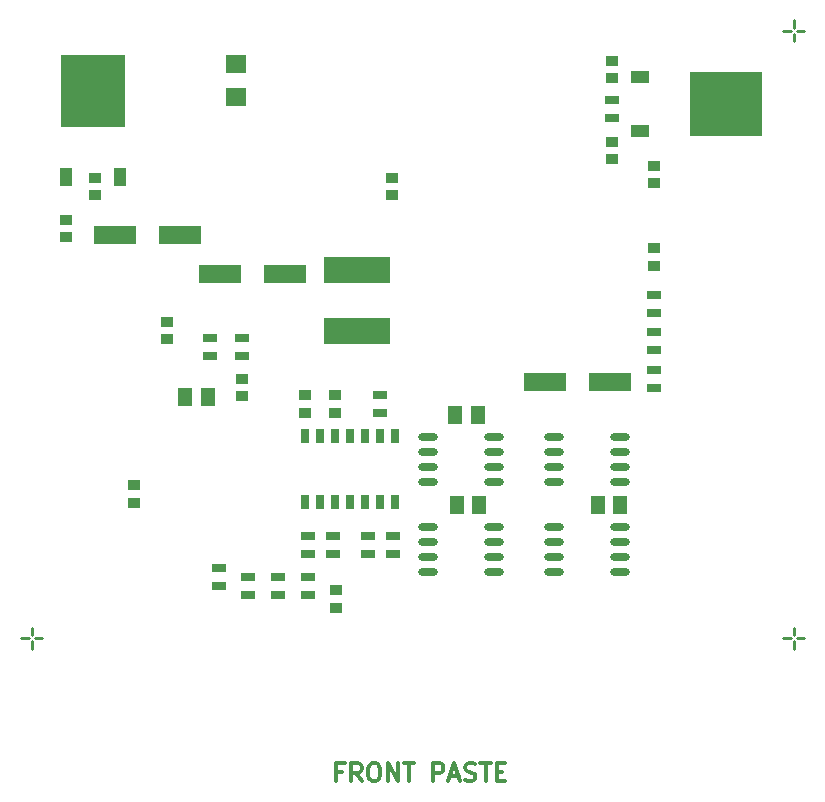
<source format=gtp>
G04 #@! TF.FileFunction,Paste,Top*
%FSLAX46Y46*%
G04 Gerber Fmt 4.6, Leading zero omitted, Abs format (unit mm)*
G04 Created by KiCad (PCBNEW 4.0.5) date 05/03/17 10:24:09*
%MOMM*%
%LPD*%
G01*
G04 APERTURE LIST*
%ADD10C,0.150000*%
%ADD11C,0.254000*%
%ADD12C,0.300000*%
%ADD13O,1.651000X0.635000*%
%ADD14R,0.635000X1.270000*%
%ADD15R,1.143000X0.635000*%
%ADD16R,5.613400X2.311400*%
%ADD17R,3.599200X1.600200*%
%ADD18R,1.000800X0.899200*%
%ADD19R,1.597700X0.998200*%
%ADD20R,6.197600X5.397500*%
%ADD21R,1.300480X1.498600*%
%ADD22R,0.998200X1.597700*%
%ADD23R,5.397500X6.197600*%
%ADD24R,1.803400X1.600200*%
G04 APERTURE END LIST*
D10*
D11*
X62484000Y-82931000D02*
X62484000Y-82296000D01*
X62230000Y-83185000D02*
X61595000Y-83185000D01*
X62484000Y-83439000D02*
X62484000Y-84074000D01*
X62738000Y-83185000D02*
X63373000Y-83185000D01*
X127000000Y-83439000D02*
X127000000Y-84074000D01*
X126746000Y-83185000D02*
X126111000Y-83185000D01*
X127000000Y-82931000D02*
X127000000Y-82296000D01*
X127254000Y-83185000D02*
X127889000Y-83185000D01*
X127000000Y-32004000D02*
X127000000Y-32639000D01*
X126746000Y-31750000D02*
X126111000Y-31750000D01*
X127000000Y-31496000D02*
X127000000Y-30861000D01*
X127254000Y-31750000D02*
X127889000Y-31750000D01*
D12*
X88769858Y-94507857D02*
X88269858Y-94507857D01*
X88269858Y-95293571D02*
X88269858Y-93793571D01*
X88984144Y-93793571D01*
X90412715Y-95293571D02*
X89912715Y-94579286D01*
X89555572Y-95293571D02*
X89555572Y-93793571D01*
X90127000Y-93793571D01*
X90269858Y-93865000D01*
X90341286Y-93936429D01*
X90412715Y-94079286D01*
X90412715Y-94293571D01*
X90341286Y-94436429D01*
X90269858Y-94507857D01*
X90127000Y-94579286D01*
X89555572Y-94579286D01*
X91341286Y-93793571D02*
X91627000Y-93793571D01*
X91769858Y-93865000D01*
X91912715Y-94007857D01*
X91984143Y-94293571D01*
X91984143Y-94793571D01*
X91912715Y-95079286D01*
X91769858Y-95222143D01*
X91627000Y-95293571D01*
X91341286Y-95293571D01*
X91198429Y-95222143D01*
X91055572Y-95079286D01*
X90984143Y-94793571D01*
X90984143Y-94293571D01*
X91055572Y-94007857D01*
X91198429Y-93865000D01*
X91341286Y-93793571D01*
X92627001Y-95293571D02*
X92627001Y-93793571D01*
X93484144Y-95293571D01*
X93484144Y-93793571D01*
X93984144Y-93793571D02*
X94841287Y-93793571D01*
X94412716Y-95293571D02*
X94412716Y-93793571D01*
X96484144Y-95293571D02*
X96484144Y-93793571D01*
X97055572Y-93793571D01*
X97198430Y-93865000D01*
X97269858Y-93936429D01*
X97341287Y-94079286D01*
X97341287Y-94293571D01*
X97269858Y-94436429D01*
X97198430Y-94507857D01*
X97055572Y-94579286D01*
X96484144Y-94579286D01*
X97912715Y-94865000D02*
X98627001Y-94865000D01*
X97769858Y-95293571D02*
X98269858Y-93793571D01*
X98769858Y-95293571D01*
X99198429Y-95222143D02*
X99412715Y-95293571D01*
X99769858Y-95293571D01*
X99912715Y-95222143D01*
X99984144Y-95150714D01*
X100055572Y-95007857D01*
X100055572Y-94865000D01*
X99984144Y-94722143D01*
X99912715Y-94650714D01*
X99769858Y-94579286D01*
X99484144Y-94507857D01*
X99341286Y-94436429D01*
X99269858Y-94365000D01*
X99198429Y-94222143D01*
X99198429Y-94079286D01*
X99269858Y-93936429D01*
X99341286Y-93865000D01*
X99484144Y-93793571D01*
X99841286Y-93793571D01*
X100055572Y-93865000D01*
X100484143Y-93793571D02*
X101341286Y-93793571D01*
X100912715Y-95293571D02*
X100912715Y-93793571D01*
X101841286Y-94507857D02*
X102341286Y-94507857D01*
X102555572Y-95293571D02*
X101841286Y-95293571D01*
X101841286Y-93793571D01*
X102555572Y-93793571D01*
D13*
X96012000Y-66167000D03*
X96012000Y-67437000D03*
X96012000Y-68707000D03*
X96012000Y-69977000D03*
X101600000Y-69977000D03*
X101600000Y-68707000D03*
X101600000Y-67437000D03*
X101600000Y-66167000D03*
X96012000Y-73787000D03*
X96012000Y-75057000D03*
X96012000Y-76327000D03*
X96012000Y-77597000D03*
X101600000Y-77597000D03*
X101600000Y-76327000D03*
X101600000Y-75057000D03*
X101600000Y-73787000D03*
D14*
X85598000Y-71628000D03*
X86868000Y-71628000D03*
X88138000Y-71628000D03*
X89408000Y-71628000D03*
X90678000Y-71628000D03*
X91948000Y-71628000D03*
X93218000Y-71628000D03*
X93218000Y-66040000D03*
X91948000Y-66040000D03*
X90678000Y-66040000D03*
X89408000Y-66040000D03*
X88138000Y-66040000D03*
X86868000Y-66040000D03*
X85598000Y-66040000D03*
D15*
X91948000Y-64135000D03*
X91948000Y-62611000D03*
X77597000Y-59309000D03*
X77597000Y-57785000D03*
D16*
X89992200Y-57185560D03*
X89992200Y-52034440D03*
D17*
X105961200Y-61468000D03*
X111462800Y-61468000D03*
X83903800Y-52324000D03*
X78402200Y-52324000D03*
X69512200Y-49022000D03*
X75013800Y-49022000D03*
D18*
X85598000Y-64124800D03*
X85598000Y-62621200D03*
X65405000Y-47762200D03*
X65405000Y-49265800D03*
X73914000Y-57901800D03*
X73914000Y-56398200D03*
X111633000Y-35803800D03*
X111633000Y-34300200D03*
X71120000Y-71744800D03*
X71120000Y-70241200D03*
X111633000Y-41158200D03*
X111633000Y-42661800D03*
X67818000Y-44206200D03*
X67818000Y-45709800D03*
D19*
X113972300Y-35720000D03*
X113972300Y-40276800D03*
D20*
X121269800Y-37998400D03*
D15*
X111633000Y-37592000D03*
X111633000Y-39116000D03*
D21*
X75501500Y-62738000D03*
X77406500Y-62738000D03*
X110426500Y-71882000D03*
X112331500Y-71882000D03*
X98488500Y-71882000D03*
X100393500Y-71882000D03*
X98361500Y-64262000D03*
X100266500Y-64262000D03*
D15*
X85852000Y-74549000D03*
X85852000Y-76073000D03*
X115189000Y-61976000D03*
X115189000Y-60452000D03*
X93091000Y-74549000D03*
X93091000Y-76073000D03*
X115189000Y-55626000D03*
X115189000Y-54102000D03*
X90932000Y-74549000D03*
X90932000Y-76073000D03*
X115189000Y-58801000D03*
X115189000Y-57277000D03*
X85852000Y-79502000D03*
X85852000Y-77978000D03*
X80772000Y-79502000D03*
X80772000Y-77978000D03*
X83312000Y-79502000D03*
X83312000Y-77978000D03*
D18*
X88138000Y-64124800D03*
X88138000Y-62621200D03*
X115189000Y-51678800D03*
X115189000Y-50175200D03*
X92964000Y-45709800D03*
X92964000Y-44206200D03*
X80264000Y-62727800D03*
X80264000Y-61224200D03*
D15*
X88011000Y-74549000D03*
X88011000Y-76073000D03*
D22*
X65412600Y-44168100D03*
X69969400Y-44168100D03*
D23*
X67691000Y-36870600D03*
D13*
X106680000Y-66167000D03*
X106680000Y-67437000D03*
X106680000Y-68707000D03*
X106680000Y-69977000D03*
X112268000Y-69977000D03*
X112268000Y-68707000D03*
X112268000Y-67437000D03*
X112268000Y-66167000D03*
X106680000Y-73787000D03*
X106680000Y-75057000D03*
X106680000Y-76327000D03*
X106680000Y-77597000D03*
X112268000Y-77597000D03*
X112268000Y-76327000D03*
X112268000Y-75057000D03*
X112268000Y-73787000D03*
D18*
X115189000Y-44693800D03*
X115189000Y-43190200D03*
X88265000Y-80634800D03*
X88265000Y-79131200D03*
D15*
X80264000Y-57785000D03*
X80264000Y-59309000D03*
X78359000Y-77216000D03*
X78359000Y-78740000D03*
D24*
X79756000Y-34607500D03*
X79756000Y-37401500D03*
M02*

</source>
